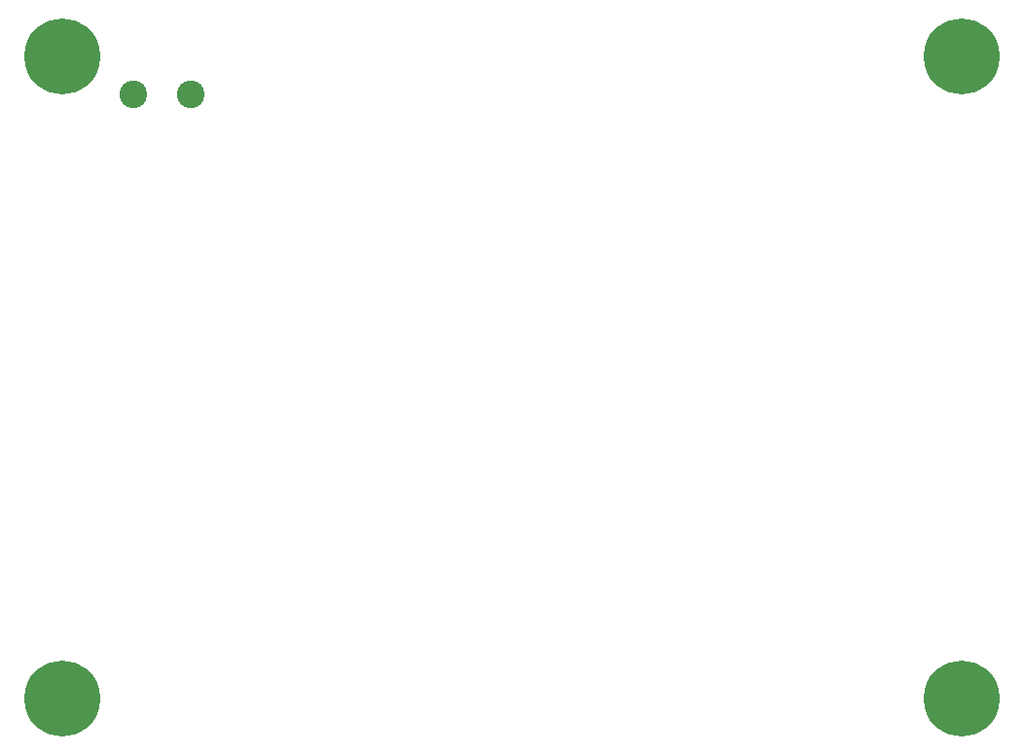
<source format=gbs>
G04*
G04 #@! TF.GenerationSoftware,Altium Limited,Altium Designer,20.1.14 (287)*
G04*
G04 Layer_Color=16711935*
%FSAX25Y25*%
%MOIN*%
G70*
G04*
G04 #@! TF.SameCoordinates,C681FEE1-0408-4DE3-B8E6-77A2D80871C9*
G04*
G04*
G04 #@! TF.FilePolarity,Negative*
G04*
G01*
G75*
%ADD97C,0.09455*%
%ADD113C,0.25984*%
D97*
X0024158Y0207000D02*
D03*
X0043843D02*
D03*
D113*
X0000000Y0000000D02*
D03*
X0308000D02*
D03*
Y0220000D02*
D03*
X0000000D02*
D03*
M02*

</source>
